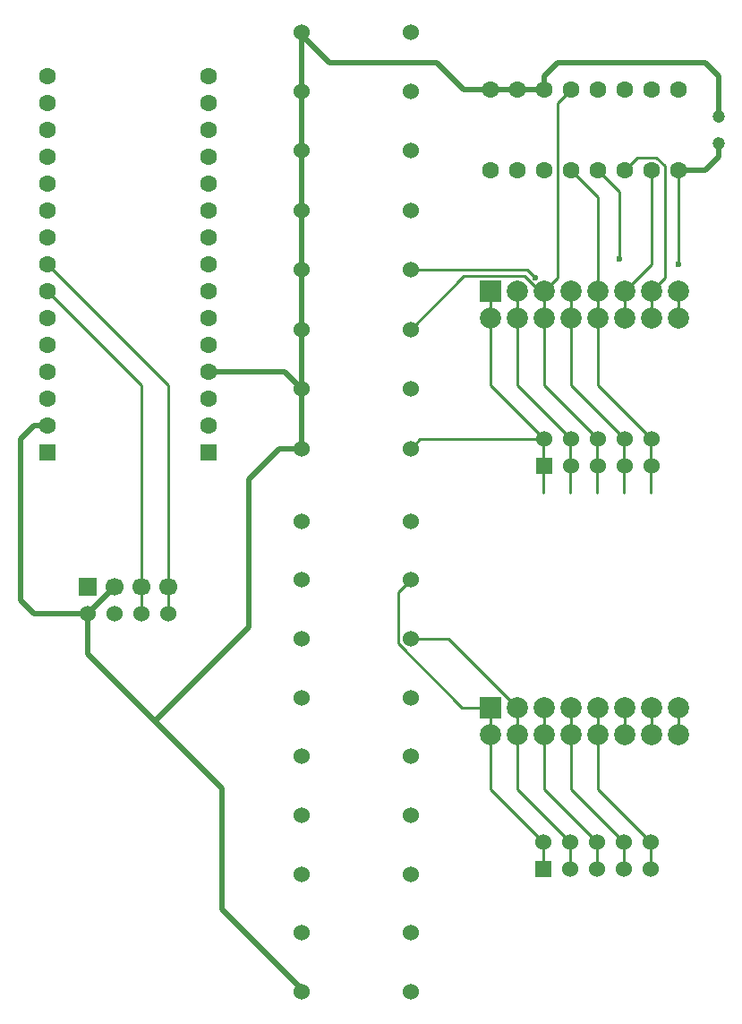
<source format=gtl>
G04 Layer: TopLayer*
G04 EasyEDA v6.5.9, 2022-07-24 08:21:13*
G04 5bc8cb45828b4c0bbea3d3a06f8b76a5,bf633cf64d8a430dba0ab8f24d4e683d,10*
G04 Gerber Generator version 0.2*
G04 Scale: 100 percent, Rotated: No, Reflected: No *
G04 Dimensions in millimeters *
G04 leading zeros omitted , absolute positions ,4 integer and 5 decimal *
%FSLAX45Y45*%
%MOMM*%

%ADD10C,0.5000*%
%ADD11C,0.2540*%
%ADD12C,1.1938*%
%ADD13C,2.0000*%
%ADD14C,1.5240*%
%ADD15R,1.6000X1.6000*%
%ADD16C,1.6000*%
%ADD17C,1.7000*%
%ADD18C,0.6000*%
%ADD19C,0.0140*%

%LPD*%
D10*
X3421989Y-4408713D02*
G01*
X3211286Y-4408713D01*
X2921000Y-4699000D01*
X2921000Y-6096000D01*
X2032000Y-6985000D01*
X2540000Y-3683000D02*
G01*
X3258703Y-3683000D01*
X3421989Y-3846286D01*
X3421989Y-471713D02*
G01*
X3421989Y-4408713D01*
X1651000Y-5715000D02*
G01*
X1397000Y-5969000D01*
X1016000Y-4191000D02*
G01*
X889000Y-4191000D01*
X762000Y-4318000D01*
X762000Y-5842000D01*
X889000Y-5969000D01*
X1397000Y-5969000D01*
X3421989Y-9540875D02*
G01*
X3421989Y-9517989D01*
X2667000Y-8763000D01*
X2667000Y-7620000D01*
X1397000Y-6350000D01*
X1397000Y-5969000D01*
D11*
X5714898Y-4317872D02*
G01*
X4542838Y-4317872D01*
X4452007Y-4408703D01*
X5705144Y-8382127D02*
G01*
X5705144Y-8128127D01*
X5704890Y-8127872D01*
X5704890Y-8127872D02*
G01*
X5207000Y-7629982D01*
X5207000Y-7112000D01*
X5207000Y-6858000D02*
G01*
X5207000Y-7112000D01*
X2159000Y-5969000D02*
G01*
X2159000Y-5715000D01*
X2159000Y-5715000D02*
G01*
X2159000Y-3810000D01*
X1016000Y-2667000D01*
X1905000Y-5969000D02*
G01*
X1905000Y-5715000D01*
X1905000Y-5715000D02*
G01*
X1905000Y-3810000D01*
X1016000Y-2921000D01*
X6985000Y-6858000D02*
G01*
X6985000Y-7112000D01*
X6731000Y-6858000D02*
G01*
X6731000Y-7112000D01*
X6477000Y-6858000D02*
G01*
X6477000Y-7112000D01*
X6721093Y-8382025D02*
G01*
X6721093Y-8128076D01*
X6720890Y-8127872D01*
X6720890Y-8127872D02*
G01*
X6223000Y-7629982D01*
X6223000Y-7112000D01*
X6223000Y-6858000D02*
G01*
X6223000Y-7112000D01*
X6467093Y-8382025D02*
G01*
X6467093Y-8128076D01*
X6466890Y-8127872D01*
X6466890Y-8127872D02*
G01*
X5969000Y-7629982D01*
X5969000Y-7112000D01*
X5969000Y-6858000D02*
G01*
X5969000Y-7112000D01*
X6213093Y-8382025D02*
G01*
X6213093Y-8128076D01*
X6212890Y-8127872D01*
X6212890Y-8127872D02*
G01*
X5715000Y-7629982D01*
X5715000Y-7112000D01*
X5715000Y-6858000D02*
G01*
X5715000Y-7112000D01*
X6985000Y-2921000D02*
G01*
X6985000Y-3175000D01*
X6426657Y-2613126D02*
G01*
X6426657Y-1981657D01*
X6223000Y-1778000D01*
X6731000Y-2921000D02*
G01*
X6731000Y-3175000D01*
X6477000Y-1778000D02*
G01*
X6595465Y-1659534D01*
X6777481Y-1659534D01*
X6856907Y-1738960D01*
X6856907Y-2795092D01*
X6731000Y-2921000D01*
X6467091Y-4826025D02*
G01*
X6467091Y-4327679D01*
X6476898Y-4317872D01*
X6476898Y-4317872D02*
G01*
X5969000Y-3809974D01*
X5969000Y-3175000D01*
X4452010Y-2721432D02*
G01*
X5558358Y-2721432D01*
X5630925Y-2794000D01*
X5969000Y-2921000D02*
G01*
X5969000Y-3175000D01*
X5959091Y-4826025D02*
G01*
X5959091Y-4327679D01*
X5968898Y-4317872D01*
X5968898Y-4317872D02*
G01*
X5461000Y-3809974D01*
X5461000Y-3175000D01*
X5461000Y-2921000D02*
G01*
X5461000Y-3175000D01*
X5705139Y-4826124D02*
G01*
X5705139Y-4327631D01*
X5714898Y-4317872D01*
X5714898Y-4317872D02*
G01*
X5207000Y-3809974D01*
X5207000Y-3175000D01*
X5207000Y-2921000D02*
G01*
X5207000Y-3175000D01*
X6985000Y-1778000D02*
G01*
X6985000Y-2667000D01*
X6213091Y-4826025D02*
G01*
X6213091Y-4327679D01*
X6222898Y-4317872D01*
X6222898Y-4317872D02*
G01*
X5715000Y-3809974D01*
X5715000Y-3175000D01*
X5969000Y-1016000D02*
G01*
X5840907Y-1144092D01*
X5840907Y-2795092D01*
X5715000Y-2921000D01*
X4452010Y-3283864D02*
G01*
X4957775Y-2778099D01*
X5532907Y-2778099D01*
X5675807Y-2921000D01*
X5715000Y-2921000D01*
X5715000Y-2921000D02*
G01*
X5715000Y-3175000D01*
X6721091Y-4826025D02*
G01*
X6721091Y-4327679D01*
X6730898Y-4317872D01*
X6730898Y-4317872D02*
G01*
X6223000Y-3809974D01*
X6223000Y-3175000D01*
X5969000Y-1778000D02*
G01*
X6223000Y-2032000D01*
X6223000Y-2921000D01*
X6223000Y-2921000D02*
G01*
X6223000Y-3175000D01*
X6477000Y-2921000D02*
G01*
X6477000Y-3175000D01*
X6477000Y-2921000D02*
G01*
X6731000Y-2667000D01*
X6731000Y-1778000D01*
X5959093Y-8382025D02*
G01*
X5959093Y-8128076D01*
X5958890Y-8127872D01*
X5958890Y-8127872D02*
G01*
X5461000Y-7629982D01*
X5461000Y-7112000D01*
X4452010Y-6207125D02*
G01*
X4810125Y-6207125D01*
X5461000Y-6858000D01*
X5461000Y-6858000D02*
G01*
X5461000Y-7112000D01*
D10*
X7366000Y-1524000D02*
G01*
X7366000Y-1651000D01*
X7239000Y-1778000D01*
X6985000Y-1778000D01*
X3421989Y-471703D02*
G01*
X3421989Y-500989D01*
X3683000Y-762000D01*
X4699000Y-762000D01*
X4953000Y-1016000D01*
X5207000Y-1016000D01*
X5207000Y-1016000D02*
G01*
X5461000Y-1016000D01*
X5461000Y-1016000D02*
G01*
X5715000Y-1016000D01*
X5715000Y-1016000D02*
G01*
X5715000Y-889000D01*
X5842000Y-762000D01*
X7239000Y-762000D01*
X7366000Y-889000D01*
X7366000Y-1270000D01*
D11*
X4452010Y-5651500D02*
G01*
X4336415Y-5767095D01*
X4336415Y-6252997D01*
X4941417Y-6858000D01*
X5207000Y-6858000D01*
D12*
G01*
X7366000Y-1524000D03*
G01*
X7366000Y-1270000D03*
D13*
G01*
X6985000Y-7112000D03*
G01*
X6985000Y-6858000D03*
G01*
X6731000Y-7112000D03*
G01*
X6731000Y-6858000D03*
G01*
X6477000Y-7112000D03*
G01*
X6477000Y-6858000D03*
G01*
X6223000Y-7112000D03*
G01*
X6223000Y-6858000D03*
G01*
X5969000Y-7112000D03*
G01*
X5969000Y-6858000D03*
G01*
X5715000Y-7112000D03*
G01*
X5715000Y-6858000D03*
G01*
X5461000Y-7112000D03*
G01*
X5461000Y-6858000D03*
G01*
X5207000Y-7112000D03*
G36*
X5107000Y-6758000D02*
G01*
X5306999Y-6758000D01*
X5306999Y-6957999D01*
X5107000Y-6957999D01*
G37*
G01*
X6985000Y-3175000D03*
G01*
X6985000Y-2921000D03*
G01*
X6731000Y-3175000D03*
G01*
X6731000Y-2921000D03*
G01*
X6477000Y-3175000D03*
G01*
X6477000Y-2921000D03*
G01*
X6223000Y-3175000D03*
G01*
X6223000Y-2921000D03*
G01*
X5969000Y-3175000D03*
G01*
X5969000Y-2921000D03*
G01*
X5715000Y-3175000D03*
G01*
X5715000Y-2921000D03*
G01*
X5461000Y-3175000D03*
G01*
X5461000Y-2921000D03*
G01*
X5207000Y-3175000D03*
G36*
X5107000Y-2821000D02*
G01*
X5306999Y-2821000D01*
X5306999Y-3020999D01*
X5107000Y-3020999D01*
G37*
D14*
G01*
X3421989Y-5095875D03*
G01*
X4452010Y-5095875D03*
G01*
X3421989Y-5651500D03*
G01*
X4452010Y-5651500D03*
G01*
X3421989Y-6207125D03*
G01*
X4452010Y-6207125D03*
G01*
X3421989Y-6762750D03*
G01*
X4452010Y-6762750D03*
G01*
X3421989Y-7318375D03*
G01*
X4452010Y-7318375D03*
G01*
X3421989Y-7874000D03*
G01*
X4452010Y-7874000D03*
G01*
X3421989Y-8429625D03*
G01*
X4452010Y-8429625D03*
G01*
X3421989Y-8985250D03*
G01*
X4452010Y-8985250D03*
G01*
X3421989Y-9540875D03*
G01*
X4452010Y-9540875D03*
G01*
X3421989Y-471703D03*
G01*
X4452010Y-471703D03*
G01*
X3421989Y-1034135D03*
G01*
X4452010Y-1034135D03*
G01*
X3421989Y-1596567D03*
G01*
X4452010Y-1596567D03*
G01*
X3421989Y-2159000D03*
G01*
X4452010Y-2159000D03*
G01*
X3421989Y-2721432D03*
G01*
X4452010Y-2721432D03*
G01*
X3421989Y-3283864D03*
G01*
X4452010Y-3283864D03*
G01*
X3421989Y-3846296D03*
G01*
X4452010Y-3846296D03*
G01*
X3421989Y-4408703D03*
G01*
X4452010Y-4408703D03*
G36*
X5628954Y-8305927D02*
G01*
X5781354Y-8305927D01*
X5781354Y-8458327D01*
X5628954Y-8458327D01*
G37*
G01*
X5704890Y-8127872D03*
G01*
X5959093Y-8382025D03*
G01*
X5958890Y-8127872D03*
G01*
X6213093Y-8382025D03*
G01*
X6212890Y-8127872D03*
G01*
X6467093Y-8382025D03*
G01*
X6466890Y-8127872D03*
G01*
X6721093Y-8382025D03*
G01*
X6720890Y-8127872D03*
D15*
G01*
X2540000Y-4445000D03*
D16*
G01*
X1016000Y-4191000D03*
G01*
X1016000Y-3683000D03*
G01*
X1016000Y-3175000D03*
G01*
X1016000Y-2667000D03*
G01*
X1016000Y-2159000D03*
G01*
X1016000Y-1651000D03*
G01*
X1016000Y-1143000D03*
G01*
X2540000Y-889000D03*
G01*
X2540000Y-1397000D03*
G01*
X2540000Y-1905000D03*
G01*
X2540000Y-2413000D03*
G01*
X2540000Y-2921000D03*
G01*
X2540000Y-3429000D03*
G01*
X2540000Y-3937000D03*
G01*
X2540000Y-4191000D03*
G01*
X2540000Y-3683000D03*
G01*
X2540000Y-3175000D03*
G01*
X2540000Y-2667000D03*
G01*
X2540000Y-2159000D03*
G01*
X2540000Y-1651000D03*
G01*
X2540000Y-1143000D03*
G01*
X1016000Y-889000D03*
G01*
X1016000Y-1397000D03*
G01*
X1016000Y-1905000D03*
G01*
X1016000Y-2413000D03*
G01*
X1016000Y-2921000D03*
G01*
X1016000Y-3429000D03*
G01*
X1016000Y-3937000D03*
D15*
G01*
X1016000Y-4445000D03*
D16*
G01*
X6985000Y-1016000D03*
G01*
X6731000Y-1016000D03*
G01*
X6477000Y-1016000D03*
G01*
X6223000Y-1016000D03*
G01*
X5969000Y-1016000D03*
G01*
X5715000Y-1016000D03*
G01*
X5461000Y-1016000D03*
G01*
X5207000Y-1016000D03*
G01*
X5207000Y-1778000D03*
G01*
X5461000Y-1778000D03*
G01*
X5715000Y-1778000D03*
G01*
X5969000Y-1778000D03*
G01*
X6223000Y-1778000D03*
G01*
X6477000Y-1778000D03*
G01*
X6731000Y-1778000D03*
G01*
X6985000Y-1778000D03*
G36*
X1311998Y-5629998D02*
G01*
X1482001Y-5629998D01*
X1482001Y-5800001D01*
X1311998Y-5800001D01*
G37*
D17*
G01*
X1651000Y-5715000D03*
G01*
X1905000Y-5715000D03*
G01*
X2159000Y-5715000D03*
G36*
X5638952Y-4495927D02*
G01*
X5791352Y-4495927D01*
X5791352Y-4648327D01*
X5638952Y-4648327D01*
G37*
D14*
G01*
X5714898Y-4317872D03*
G01*
X5969101Y-4572025D03*
G01*
X5968898Y-4317872D03*
G01*
X6223101Y-4572025D03*
G01*
X6222898Y-4317872D03*
G01*
X6477101Y-4572025D03*
G01*
X6476898Y-4317872D03*
G01*
X6731101Y-4572025D03*
G01*
X6730898Y-4317872D03*
G01*
X1397000Y-5969000D03*
G01*
X1651000Y-5969000D03*
G01*
X1905000Y-5969000D03*
G01*
X2159000Y-5969000D03*
D18*
G01*
X6985000Y-2667000D03*
G01*
X5630925Y-2794000D03*
G01*
X6426657Y-2613126D03*
M02*

</source>
